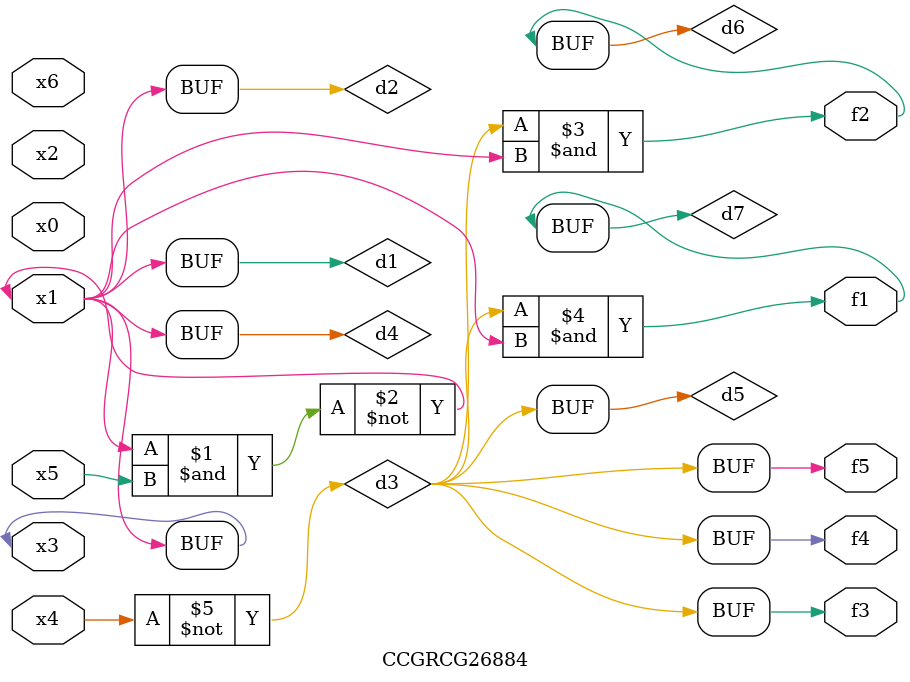
<source format=v>
module CCGRCG26884(
	input x0, x1, x2, x3, x4, x5, x6,
	output f1, f2, f3, f4, f5
);

	wire d1, d2, d3, d4, d5, d6, d7;

	buf (d1, x1, x3);
	nand (d2, x1, x5);
	not (d3, x4);
	buf (d4, d1, d2);
	buf (d5, d3);
	and (d6, d3, d4);
	and (d7, d3, d4);
	assign f1 = d7;
	assign f2 = d6;
	assign f3 = d5;
	assign f4 = d5;
	assign f5 = d5;
endmodule

</source>
